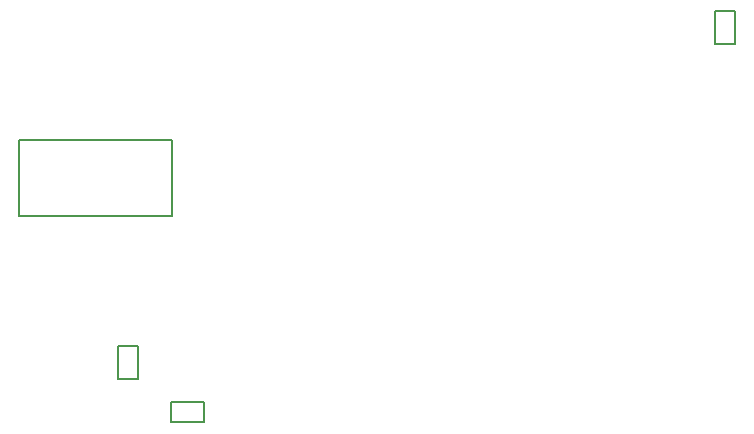
<source format=gbr>
%TF.GenerationSoftware,Altium Limited,Altium Designer,24.7.2 (38)*%
G04 Layer_Color=32768*
%FSLAX43Y43*%
%MOMM*%
%TF.SameCoordinates,3DDE4B3C-03A5-4BC3-9972-2EF5A5DF1AA7*%
%TF.FilePolarity,Positive*%
%TF.FileFunction,Other,Bottom_Courtyard*%
%TF.Part,Single*%
G01*
G75*
%TA.AperFunction,NonConductor*%
%ADD81C,0.200*%
D81*
X24000Y200275D02*
X36900D01*
X24000Y193825D02*
Y200275D01*
Y193825D02*
X36900D01*
Y200275D01*
X82925Y208375D02*
Y211175D01*
Y208375D02*
X84625D01*
Y211175D01*
X82925D02*
X84625D01*
X32340Y179990D02*
Y182790D01*
Y179990D02*
X34040D01*
Y182790D01*
X32340D02*
X34040D01*
X36823Y178050D02*
X39623D01*
X36823Y176350D02*
Y178050D01*
Y176350D02*
X39623D01*
Y178050D01*
%TF.MD5,b46e06294e340ff5509059106b767549*%
M02*

</source>
